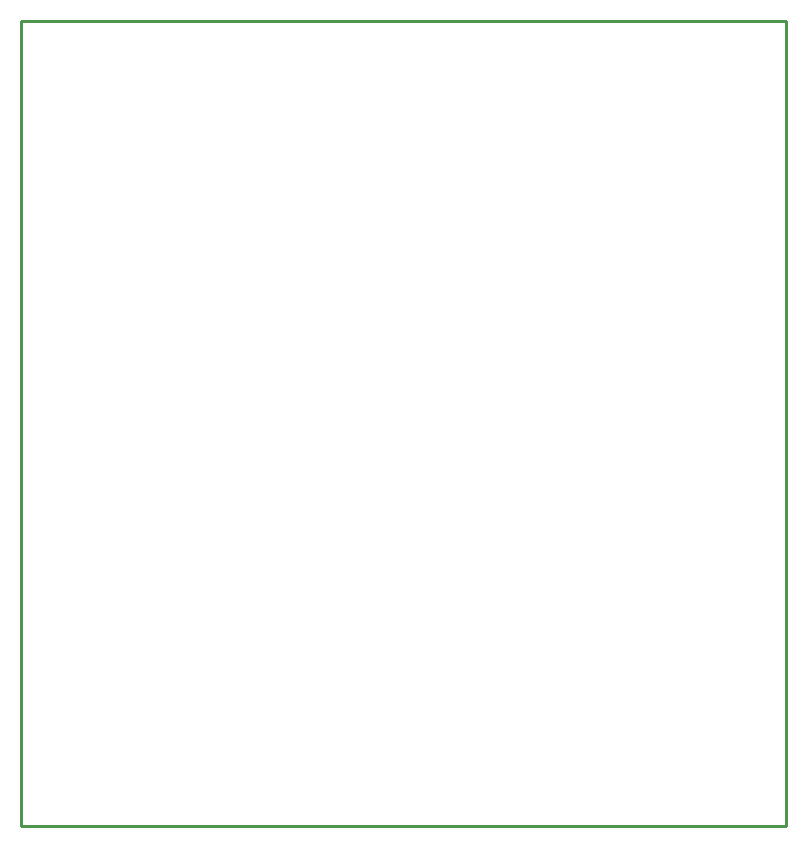
<source format=gm1>
G04*
G04 #@! TF.GenerationSoftware,Altium Limited,Altium Designer,22.3.1 (43)*
G04*
G04 Layer_Color=16711935*
%FSLAX25Y25*%
%MOIN*%
G70*
G04*
G04 #@! TF.SameCoordinates,A2C1995B-5DD9-4A06-98F6-E9D1FCF5F817*
G04*
G04*
G04 #@! TF.FilePolarity,Positive*
G04*
G01*
G75*
%ADD10C,0.01000*%
D10*
X94980Y174213D02*
X350098D01*
X94980Y442618D02*
X350098D01*
Y174213D02*
Y442618D01*
X94980Y174213D02*
Y442618D01*
M02*

</source>
